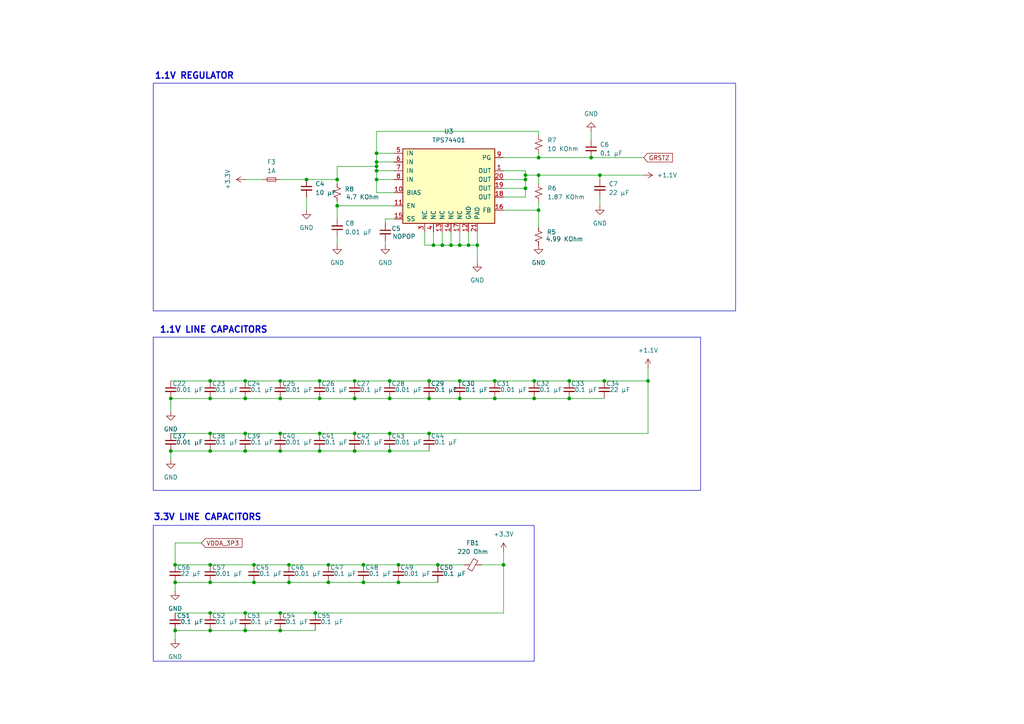
<source format=kicad_sch>
(kicad_sch (version 20250114) (generator "eeschema") (generator_version "9.0")
  (paper "A4")
  (title_block (title "PCI2USB") (date "2025-10-29") (rev "1.0.0") (company "3mdeb Sp. z o.o    Jakub Sobota") (comment 1 "https://www.ti.com/lit/ds/symlink/tps74401.pdf") (comment 2 "https://www.ti.com/lit/ug/sllu146d/sllu146d.pdf") (comment 3 "Based on:") (comment 4 "1.1V Regulator"))
  (lib_symbols
    (symbol "Device:C_Small" (pin_numbers (hide yes)) (pin_names (offset 0.254) (hide yes))
      (property "Reference" "C" (at 0.254 1.778 0))
      (property "Value" "C_Small" (at 0.254 -2.032 0))
      (symbol "C_Small_0_1"
        (polyline (pts (xy -1.524 0.508) (xy 1.524 0.508)) (stroke (width 0.3048)))
        (polyline (pts (xy -1.524 -0.508) (xy 1.524 -0.508)) (stroke (width 0.3302)))
      )
      (symbol "C_Small_1_1"
        (pin passive line (at 0 2.54 270) (length 2.032) (name "~") (number "1"))
        (pin passive line (at 0 -2.54 90) (length 2.032) (name "~") (number "2"))
      )
    )
    (symbol "Device:FerriteBead_Small" (pin_numbers (hide yes)) (pin_names (offset 0))
      (property "Reference" "FB" (at 1.905 1.27 0))
      (property "Value" "FerriteBead_Small" (at 1.905 -1.27 0))
      (symbol "FerriteBead_Small_0_1"
        (polyline (pts (xy -1.8288 0.2794) (xy -1.1176 1.4986) (xy 1.8288 -0.2032) (xy 1.1176 -1.4224) (xy -1.8288 0.2794)))
        (polyline (pts (xy 0 0.889) (xy 0 1.2954)))
        (polyline (pts (xy 0 -1.27) (xy 0 -0.7874)))
      )
      (symbol "FerriteBead_Small_1_1"
        (pin passive line (at 0 2.54 270) (length 1.27) (name "~") (number "1"))
        (pin passive line (at 0 -2.54 90) (length 1.27) (name "~") (number "2"))
      )
    )
    (symbol "Device:Fuse_Small" (pin_numbers (hide yes)) (pin_names (offset 0.254) (hide yes))
      (property "Reference" "F" (at 0 -1.524 0))
      (property "Value" "Fuse_Small" (at 0 1.524 0))
      (symbol "Fuse_Small_0_1"
        (rectangle (start -1.27 0.508) (end 1.27 -0.508))
        (polyline (pts (xy -1.27 0) (xy 1.27 0)))
      )
      (symbol "Fuse_Small_1_1"
        (pin passive line (at -2.54 0 0) (length 1.27) (name "~") (number "1"))
        (pin passive line (at 2.54 0 180) (length 1.27) (name "~") (number "2"))
      )
    )
    (symbol "Device:R_Small_US" (pin_numbers (hide yes)) (pin_names (offset 0.254) (hide yes))
      (property "Reference" "R" (at 0.762 0.508 0))
      (property "Value" "R_Small_US" (at 0.762 -1.016 0))
      (symbol "R_Small_US_1_1"
        (polyline (pts (xy 0 1.524) (xy 1.016 1.143) (xy 0 0.762) (xy -1.016 0.381) (xy 0 0)))
        (polyline (pts (xy 0 0) (xy 1.016 -0.381) (xy 0 -0.762) (xy -1.016 -1.143) (xy 0 -1.524)))
        (pin passive line (at 0 2.54 270) (length 1.016) (name "~") (number "1"))
        (pin passive line (at 0 -2.54 90) (length 1.016) (name "~") (number "2"))
      )
    )
    (symbol "TPS74401:TPS74401RGWRM3" (pin_names (offset 1.016))
      (property "Reference" "U" (at 5.715 16.51 0))
      (property "Value" "TPS74401" (at 5.715 13.97 0))
      (symbol "TPS74401RGWRM3_1_1"
        (rectangle (start -7.62 11.43) (end 19.05 -10.16) (stroke (width 0.254)) (fill (type background)))
        (pin power_in line (at -10.16 10.16 0) (length 2.54) (name "IN") (number "5"))
        (pin power_in line (at -10.16 7.62 0) (length 2.54) (name "IN") (number "6"))
        (pin power_in line (at -10.16 5.08 0) (length 2.54) (name "IN") (number "7"))
        (pin power_in line (at -10.16 2.54 0) (length 2.54) (name "IN") (number "8"))
        (pin input line (at -10.16 -1.27 0) (length 2.54) (name "BIAS") (number "10"))
        (pin input line (at -10.16 -5.08 0) (length 2.54) (name "EN") (number "11"))
        (pin input line (at -10.16 -8.89 0) (length 2.54) (name "SS") (number "15"))
        (pin no_connect line (at -2.54 13.97 270) (length 2.54) (hide yes) (name "NC") (number "2"))
        (pin free line (at -1.27 -12.7 90) (length 2.54) (name "NC") (number "3"))
        (pin free line (at 1.27 -12.7 90) (length 2.54) (name "NC") (number "4"))
        (pin free line (at 3.81 -12.7 90) (length 2.54) (name "NC") (number "13"))
        (pin free line (at 6.35 -12.7 90) (length 2.54) (name "NC") (number "14"))
        (pin free line (at 8.89 -12.7 90) (length 2.54) (name "NC") (number "17"))
        (pin power_in line (at 11.43 -12.7 90) (length 2.54) (name "GND") (number "12"))
        (pin power_in line (at 13.97 -12.7 90) (length 2.54) (name "PAD") (number "21"))
        (pin output line (at 21.59 8.89 180) (length 2.54) (name "PG") (number "9"))
        (pin power_out line (at 21.59 5.08 180) (length 2.54) (name "OUT") (number "1"))
        (pin power_out line (at 21.59 2.54 180) (length 2.54) (name "OUT") (number "20"))
        (pin power_out line (at 21.59 0 180) (length 2.54) (name "OUT") (number "19"))
        (pin power_out line (at 21.59 -2.54 180) (length 2.54) (name "OUT") (number "18"))
        (pin input line (at 21.59 -6.35 180) (length 2.54) (name "FB") (number "16"))
      )
    )
    (symbol "power:+3.3V" (power) (pin_numbers (hide yes)) (pin_names (offset 0) (hide yes))
      (property "Value" "+3.3V" (at 0 3.556 0))
      (symbol "+3.3V_0_1"
        (polyline (pts (xy -0.762 1.27) (xy 0 2.54)))
        (polyline (pts (xy 0 2.54) (xy 0.762 1.27)))
        (polyline (pts (xy 0 0) (xy 0 2.54)))
      )
      (symbol "+3.3V_1_1"
        (pin power_in line (at 0 0 90) (length 0) (name "~") (number "1"))
      )
    )
    (symbol "power:GND" (power) (pin_numbers (hide yes)) (pin_names (offset 0) (hide yes))
      (property "Value" "GND" (at 0 -3.81 0))
      (symbol "GND_0_1"
        (polyline (pts (xy 0 0) (xy 0 -1.27) (xy 1.27 -1.27) (xy 0 -2.54) (xy -1.27 -1.27) (xy 0 -1.27)))
      )
      (symbol "GND_1_1"
        (pin power_in line (at 0 0 270) (length 0) (name "~") (number "1"))
      )
    )
  )
  (rectangle (start 44.45 97.79) (end 203.2 142.24))
  (rectangle (start 44.45 24.13) (end 213.36 90.17))
  (rectangle (start 44.45 152.4) (end 154.94 191.77))
  (text "1.1V LINE CAPACITORS" (at 61.976 95.758 0) (effects (font (size 1.8288 1.8288) (thickness 0.3658) (bold yes))))
  (text "1.1V REGULATOR" (at 56.388 22.098 0) (effects (font (size 1.8288 1.8288) (thickness 0.3658) (bold yes))))
  (text "3.3V LINE CAPACITORS" (at 60.198 150.114 0) (effects (font (size 1.8288 1.8288) (thickness 0.3658) (bold yes))))
  (junction (at 124.46 125.73))
  (junction (at 143.51 110.49))
  (junction (at 60.96 168.91))
  (junction (at 81.28 115.57))
  (junction (at 138.43 71.12))
  (junction (at 71.12 115.57))
  (junction (at 81.28 125.73))
  (junction (at 152.4 54.61))
  (junction (at 156.21 45.72))
  (junction (at 95.25 163.83))
  (junction (at 92.71 130.81))
  (junction (at 187.96 110.49))
  (junction (at 102.87 110.49))
  (junction (at 60.96 163.83))
  (junction (at 152.4 50.8))
  (junction (at 71.12 177.8))
  (junction (at 83.82 163.83))
  (junction (at 109.22 52.07))
  (junction (at 128.27 71.12))
  (junction (at 105.41 168.91))
  (junction (at 109.22 48.26))
  (junction (at 60.96 110.49))
  (junction (at 152.4 52.07))
  (junction (at 92.71 125.73))
  (junction (at 71.12 182.88))
  (junction (at 130.81 71.12))
  (junction (at 102.87 125.73))
  (junction (at 109.22 49.53))
  (junction (at 109.22 46.99))
  (junction (at 60.96 125.73))
  (junction (at 113.03 110.49))
  (junction (at 73.66 163.83))
  (junction (at 165.1 115.57))
  (junction (at 50.8 163.83))
  (junction (at 83.82 168.91))
  (junction (at 135.89 71.12))
  (junction (at 49.53 130.81))
  (junction (at 97.79 59.69))
  (junction (at 92.71 110.49))
  (junction (at 175.26 110.49))
  (junction (at 71.12 125.73))
  (junction (at 173.99 50.8))
  (junction (at 81.28 130.81))
  (junction (at 133.35 110.49))
  (junction (at 154.94 110.49))
  (junction (at 60.96 130.81))
  (junction (at 81.28 110.49))
  (junction (at 81.28 182.88))
  (junction (at 49.53 115.57))
  (junction (at 124.46 115.57))
  (junction (at 60.96 115.57))
  (junction (at 124.46 110.49))
  (junction (at 146.05 163.83))
  (junction (at 88.9 52.07))
  (junction (at 125.73 71.12))
  (junction (at 143.51 115.57))
  (junction (at 115.57 168.91))
  (junction (at 105.41 163.83))
  (junction (at 71.12 110.49))
  (junction (at 97.79 52.07))
  (junction (at 60.96 182.88))
  (junction (at 115.57 163.83))
  (junction (at 165.1 110.49))
  (junction (at 127 163.83))
  (junction (at 113.03 130.81))
  (junction (at 71.12 130.81))
  (junction (at 113.03 125.73))
  (junction (at 73.66 168.91))
  (junction (at 133.35 71.12))
  (junction (at 109.22 44.45))
  (junction (at 156.21 50.8))
  (junction (at 50.8 168.91))
  (junction (at 50.8 182.88))
  (junction (at 102.87 115.57))
  (junction (at 92.71 115.57))
  (junction (at 154.94 115.57))
  (junction (at 91.44 177.8))
  (junction (at 133.35 115.57))
  (junction (at 95.25 168.91))
  (junction (at 171.45 45.72))
  (junction (at 156.21 60.96))
  (junction (at 60.96 177.8))
  (junction (at 113.03 115.57))
  (junction (at 81.28 177.8))
  (junction (at 102.87 130.81))
  (wire (pts (xy 133.35 71.12) (xy 135.89 71.12)))
  (wire (pts (xy 97.79 52.07) (xy 97.79 48.26)))
  (wire (pts (xy 115.57 163.83) (xy 127 163.83)))
  (wire (pts (xy 187.96 110.49) (xy 187.96 125.73)))
  (wire (pts (xy 92.71 115.57) (xy 102.87 115.57)))
  (wire (pts (xy 130.81 67.31) (xy 130.81 71.12)))
  (wire (pts (xy 91.44 177.8) (xy 146.05 177.8)))
  (wire (pts (xy 92.71 125.73) (xy 102.87 125.73)))
  (wire (pts (xy 97.79 71.12) (xy 97.79 68.58)))
  (wire (pts (xy 128.27 67.31) (xy 128.27 71.12)))
  (wire (pts (xy 92.71 110.49) (xy 102.87 110.49)))
  (wire (pts (xy 124.46 115.57) (xy 133.35 115.57)))
  (wire (pts (xy 81.28 130.81) (xy 92.71 130.81)))
  (wire (pts (xy 156.21 50.8) (xy 173.99 50.8)))
  (wire (pts (xy 71.12 110.49) (xy 81.28 110.49)))
  (wire (pts (xy 50.8 168.91) (xy 60.96 168.91)))
  (wire (pts (xy 105.41 168.91) (xy 115.57 168.91)))
  (wire (pts (xy 109.22 48.26) (xy 109.22 49.53)))
  (wire (pts (xy 114.3 63.5) (xy 111.76 63.5)))
  (wire (pts (xy 165.1 115.57) (xy 175.26 115.57)))
  (wire (pts (xy 146.05 45.72) (xy 156.21 45.72)))
  (wire (pts (xy 49.53 115.57) (xy 60.96 115.57)))
  (wire (pts (xy 113.03 115.57) (xy 124.46 115.57)))
  (wire (pts (xy 146.05 160.02) (xy 146.05 163.83)))
  (wire (pts (xy 50.8 182.88) (xy 60.96 182.88)))
  (wire (pts (xy 146.05 54.61) (xy 152.4 54.61)))
  (wire (pts (xy 156.21 38.1) (xy 109.22 38.1)))
  (wire (pts (xy 109.22 44.45) (xy 114.3 44.45)))
  (wire (pts (xy 88.9 60.96) (xy 88.9 57.15)))
  (wire (pts (xy 152.4 52.07) (xy 152.4 54.61)))
  (wire (pts (xy 95.25 163.83) (xy 105.41 163.83)))
  (wire (pts (xy 102.87 125.73) (xy 113.03 125.73)))
  (wire (pts (xy 60.96 177.8) (xy 71.12 177.8)))
  (wire (pts (xy 152.4 52.07) (xy 152.4 50.8)))
  (wire (pts (xy 71.12 125.73) (xy 81.28 125.73)))
  (wire (pts (xy 49.53 130.81) (xy 49.53 133.35)))
  (wire (pts (xy 127 163.83) (xy 134.62 163.83)))
  (wire (pts (xy 123.19 71.12) (xy 125.73 71.12)))
  (wire (pts (xy 97.79 48.26) (xy 109.22 48.26)))
  (wire (pts (xy 92.71 130.81) (xy 102.87 130.81)))
  (wire (pts (xy 50.8 177.8) (xy 60.96 177.8)))
  (wire (pts (xy 115.57 168.91) (xy 127 168.91)))
  (wire (pts (xy 50.8 182.88) (xy 50.8 185.42)))
  (wire (pts (xy 152.4 49.53) (xy 152.4 50.8)))
  (wire (pts (xy 58.42 157.48) (xy 50.8 157.48)))
  (wire (pts (xy 128.27 71.12) (xy 130.81 71.12)))
  (wire (pts (xy 50.8 168.91) (xy 50.8 171.45)))
  (wire (pts (xy 71.12 182.88) (xy 81.28 182.88)))
  (wire (pts (xy 109.22 49.53) (xy 114.3 49.53)))
  (wire (pts (xy 173.99 57.15) (xy 173.99 59.69)))
  (wire (pts (xy 113.03 130.81) (xy 124.46 130.81)))
  (wire (pts (xy 49.53 130.81) (xy 60.96 130.81)))
  (wire (pts (xy 187.96 106.68) (xy 187.96 110.49)))
  (wire (pts (xy 138.43 71.12) (xy 138.43 76.2)))
  (wire (pts (xy 135.89 71.12) (xy 138.43 71.12)))
  (wire (pts (xy 83.82 163.83) (xy 95.25 163.83)))
  (wire (pts (xy 109.22 38.1) (xy 109.22 44.45)))
  (wire (pts (xy 165.1 110.49) (xy 175.26 110.49)))
  (wire (pts (xy 111.76 63.5) (xy 111.76 64.77)))
  (wire (pts (xy 109.22 46.99) (xy 109.22 48.26)))
  (wire (pts (xy 81.28 177.8) (xy 91.44 177.8)))
  (wire (pts (xy 95.25 168.91) (xy 105.41 168.91)))
  (wire (pts (xy 105.41 163.83) (xy 115.57 163.83)))
  (wire (pts (xy 50.8 157.48) (xy 50.8 163.83)))
  (wire (pts (xy 171.45 45.72) (xy 186.69 45.72)))
  (wire (pts (xy 71.12 130.81) (xy 81.28 130.81)))
  (wire (pts (xy 81.28 110.49) (xy 92.71 110.49)))
  (wire (pts (xy 73.66 163.83) (xy 83.82 163.83)))
  (wire (pts (xy 146.05 60.96) (xy 156.21 60.96)))
  (wire (pts (xy 156.21 60.96) (xy 156.21 66.04)))
  (wire (pts (xy 81.28 52.07) (xy 88.9 52.07)))
  (wire (pts (xy 102.87 115.57) (xy 113.03 115.57)))
  (wire (pts (xy 113.03 110.49) (xy 124.46 110.49)))
  (wire (pts (xy 81.28 125.73) (xy 92.71 125.73)))
  (wire (pts (xy 143.51 115.57) (xy 154.94 115.57)))
  (wire (pts (xy 175.26 110.49) (xy 187.96 110.49)))
  (wire (pts (xy 154.94 115.57) (xy 165.1 115.57)))
  (wire (pts (xy 156.21 38.1) (xy 156.21 39.37)))
  (wire (pts (xy 60.96 125.73) (xy 71.12 125.73)))
  (wire (pts (xy 114.3 55.88) (xy 109.22 55.88)))
  (wire (pts (xy 81.28 115.57) (xy 92.71 115.57)))
  (wire (pts (xy 123.19 67.31) (xy 123.19 71.12)))
  (wire (pts (xy 71.12 52.07) (xy 76.2 52.07)))
  (wire (pts (xy 49.53 125.73) (xy 60.96 125.73)))
  (wire (pts (xy 71.12 177.8) (xy 81.28 177.8)))
  (wire (pts (xy 173.99 52.07) (xy 173.99 50.8)))
  (wire (pts (xy 60.96 163.83) (xy 73.66 163.83)))
  (wire (pts (xy 60.96 110.49) (xy 71.12 110.49)))
  (wire (pts (xy 156.21 60.96) (xy 156.21 58.42)))
  (wire (pts (xy 146.05 57.15) (xy 152.4 57.15)))
  (wire (pts (xy 102.87 130.81) (xy 113.03 130.81)))
  (wire (pts (xy 109.22 52.07) (xy 114.3 52.07)))
  (wire (pts (xy 97.79 52.07) (xy 97.79 53.34)))
  (wire (pts (xy 133.35 67.31) (xy 133.35 71.12)))
  (wire (pts (xy 135.89 67.31) (xy 135.89 71.12)))
  (wire (pts (xy 146.05 49.53) (xy 152.4 49.53)))
  (wire (pts (xy 125.73 67.31) (xy 125.73 71.12)))
  (wire (pts (xy 133.35 110.49) (xy 143.51 110.49)))
  (wire (pts (xy 60.96 115.57) (xy 71.12 115.57)))
  (wire (pts (xy 138.43 67.31) (xy 138.43 71.12)))
  (wire (pts (xy 171.45 38.1) (xy 171.45 40.64)))
  (wire (pts (xy 154.94 110.49) (xy 165.1 110.49)))
  (wire (pts (xy 156.21 53.34) (xy 156.21 50.8)))
  (wire (pts (xy 71.12 115.57) (xy 81.28 115.57)))
  (wire (pts (xy 156.21 45.72) (xy 171.45 45.72)))
  (wire (pts (xy 81.28 182.88) (xy 91.44 182.88)))
  (wire (pts (xy 109.22 44.45) (xy 109.22 46.99)))
  (wire (pts (xy 73.66 168.91) (xy 83.82 168.91)))
  (wire (pts (xy 156.21 44.45) (xy 156.21 45.72)))
  (wire (pts (xy 124.46 110.49) (xy 133.35 110.49)))
  (wire (pts (xy 60.96 182.88) (xy 71.12 182.88)))
  (wire (pts (xy 97.79 59.69) (xy 97.79 58.42)))
  (wire (pts (xy 152.4 54.61) (xy 152.4 57.15)))
  (wire (pts (xy 125.73 71.12) (xy 128.27 71.12)))
  (wire (pts (xy 146.05 163.83) (xy 146.05 177.8)))
  (wire (pts (xy 49.53 115.57) (xy 49.53 119.38)))
  (wire (pts (xy 113.03 125.73) (xy 124.46 125.73)))
  (wire (pts (xy 130.81 71.12) (xy 133.35 71.12)))
  (wire (pts (xy 49.53 110.49) (xy 60.96 110.49)))
  (wire (pts (xy 88.9 52.07) (xy 97.79 52.07)))
  (wire (pts (xy 173.99 50.8) (xy 186.69 50.8)))
  (wire (pts (xy 60.96 130.81) (xy 71.12 130.81)))
  (wire (pts (xy 83.82 168.91) (xy 95.25 168.91)))
  (wire (pts (xy 109.22 49.53) (xy 109.22 52.07)))
  (wire (pts (xy 152.4 50.8) (xy 156.21 50.8)))
  (wire (pts (xy 133.35 115.57) (xy 143.51 115.57)))
  (wire (pts (xy 60.96 168.91) (xy 73.66 168.91)))
  (wire (pts (xy 111.76 69.85) (xy 111.76 71.12)))
  (wire (pts (xy 102.87 110.49) (xy 113.03 110.49)))
  (wire (pts (xy 109.22 55.88) (xy 109.22 52.07)))
  (wire (pts (xy 109.22 46.99) (xy 114.3 46.99)))
  (wire (pts (xy 97.79 63.5) (xy 97.79 59.69)))
  (wire (pts (xy 114.3 59.69) (xy 97.79 59.69)))
  (wire (pts (xy 50.8 163.83) (xy 60.96 163.83)))
  (wire (pts (xy 146.05 52.07) (xy 152.4 52.07)))
  (wire (pts (xy 139.7 163.83) (xy 146.05 163.83)))
  (wire (pts (xy 143.51 110.49) (xy 154.94 110.49)))
  (wire (pts (xy 124.46 125.73) (xy 187.96 125.73)))
  (global_label "GRSTZ" (shape input) (at 186.69 45.72 0) (property "Intersheetrefs" "${INTERSHEET_REFS}" (at 195.6018 45.72 0) (effects (justify left))))
  (global_label "VDDA_3P3" (shape input) (at 58.42 157.48 0) (property "Intersheetrefs" "${INTERSHEET_REFS}" (at 70.779 157.48 0) (effects (justify left))))
  (symbol (lib_id "Device:C_Small") (at 124.46 128.27 0) (unit 1)
    (property "Reference" "C44" (at 124.968 126.492 0) (effects (justify left)))
    (property "Value" "0.1 μF" (at 125.984 128.27 0) (effects (justify left)))
    (property "Footprint" "Capacitor_SMD:C_0402_1005Metric_Pad0.74x0.62mm_HandSolder" (effects (hide yes)))
    (property "Datasheet" "https://www.mouser.pl/datasheet/3/76/1/GRM155R70J104KA01-01A.pdf" (effects (hide yes)))
    (property "Description" "X7R, 10%, 6.3V" (effects (hide yes)))
  )
  (symbol (lib_id "Device:C_Small") (at 50.8 166.37 0) (unit 1)
    (property "Reference" "C56" (at 51.308 164.592 0) (effects (justify left)))
    (property "Value" "22 μF" (at 52.324 166.37 0) (effects (justify left)))
    (property "Footprint" "Capacitor_SMD:C_0805_2012Metric_Pad1.18x1.45mm_HandSolder" (effects (hide yes)))
    (property "Datasheet" "https://www.samsungsem.com/resources/file/global/support/product_catalog/MLCC.pdf" (effects (hide yes)))
    (property "Description" "X5R, 10%, 6.3V" (effects (hide yes)))
  )
  (symbol (lib_id "Device:C_Small") (at 81.28 113.03 0) (unit 1)
    (property "Reference" "C25" (at 81.788 111.252 0) (effects (justify left)))
    (property "Value" "0.01 μF" (at 82.804 113.03 0) (effects (justify left)))
    (property "Footprint" "Capacitor_SMD:C_0402_1005Metric_Pad0.74x0.62mm_HandSolder" (effects (hide yes)))
    (property "Datasheet" "https://search.murata.co.jp/Ceramy/image/img/A01X/G101/ENG/GRM155R70J103KA01-01A.pdf" (effects (hide yes)))
    (property "Description" "X7R, 10%, 6.3V" (effects (hide yes)))
  )
  (symbol (lib_id "Device:C_Small") (at 173.99 54.61 0) (unit 1)
    (property "Reference" "C7" (at 176.53 53.3462 0) (effects (justify left)))
    (property "Value" "22 μF" (at 176.53 55.8862 0) (effects (justify left)))
    (property "Footprint" "Capacitor_SMD:C_0805_2012Metric_Pad1.18x1.45mm_HandSolder" (effects (hide yes)))
    (property "Datasheet" "https://www.samsungsem.com/resources/file/global/support/product_catalog/MLCC.pdf" (effects (hide yes)))
    (property "Description" "X5R, 10%, 6.3V" (effects (hide yes)))
  )
  (symbol (lib_id "Device:C_Small") (at 71.12 128.27 0) (unit 1)
    (property "Reference" "C39" (at 71.628 126.492 0) (effects (justify left)))
    (property "Value" "0.1 μF" (at 72.644 128.27 0) (effects (justify left)))
    (property "Footprint" "Capacitor_SMD:C_0402_1005Metric_Pad0.74x0.62mm_HandSolder" (effects (hide yes)))
    (property "Datasheet" "https://www.mouser.pl/datasheet/3/76/1/GRM155R70J104KA01-01A.pdf" (effects (hide yes)))
    (property "Description" "X7R, 10%, 6.3V" (effects (hide yes)))
  )
  (symbol (lib_id "Device:C_Small") (at 92.71 128.27 0) (unit 1)
    (property "Reference" "C41" (at 93.218 126.492 0) (effects (justify left)))
    (property "Value" "0.1 μF" (at 94.234 128.27 0) (effects (justify left)))
    (property "Footprint" "Capacitor_SMD:C_0402_1005Metric_Pad0.74x0.62mm_HandSolder" (effects (hide yes)))
    (property "Datasheet" "https://www.mouser.pl/datasheet/3/76/1/GRM155R70J104KA01-01A.pdf" (effects (hide yes)))
    (property "Description" "X7R, 10%, 6.3V" (effects (hide yes)))
  )
  (symbol (lib_id "Device:C_Small") (at 50.8 180.34 0) (unit 1)
    (property "Reference" "C51" (at 51.308 178.562 0) (effects (justify left)))
    (property "Value" "0.1 μF" (at 52.324 180.34 0) (effects (justify left)))
    (property "Footprint" "Capacitor_SMD:C_0402_1005Metric_Pad0.74x0.62mm_HandSolder" (effects (hide yes)))
    (property "Datasheet" "https://www.mouser.pl/datasheet/3/76/1/GRM155R70J104KA01-01A.pdf" (effects (hide yes)))
    (property "Description" "X7R, 10%, 6.3V" (effects (hide yes)))
  )
  (symbol (lib_id "power:GND") (at 50.8 171.45 0) (unit 1)
    (property "Reference" "#PWR046" (effects (hide yes)))
    (property "Value" "GND" (at 50.8 176.53 0))
    (property "Description" "Power symbol creates a global label with name \"GND\" , ground" (effects (hide yes)))
  )
  (symbol (lib_id "Device:C_Small") (at 165.1 113.03 0) (unit 1)
    (property "Reference" "C33" (at 165.608 111.252 0) (effects (justify left)))
    (property "Value" "0.1 μF" (at 166.624 113.03 0) (effects (justify left)))
    (property "Footprint" "Capacitor_SMD:C_0402_1005Metric_Pad0.74x0.62mm_HandSolder" (effects (hide yes)))
    (property "Datasheet" "https://www.mouser.pl/datasheet/3/76/1/GRM155R70J104KA01-01A.pdf" (effects (hide yes)))
    (property "Description" "X7R, 10%, 6.3V" (effects (hide yes)))
  )
  (symbol (lib_id "Device:R_Small_US") (at 156.21 41.91 0) (unit 1)
    (property "Reference" "R7" (at 158.75 40.6399 0) (effects (justify left)))
    (property "Value" "10 KOhm" (at 158.75 43.1799 0) (effects (justify left)))
    (property "Footprint" "Resistor_SMD:R_0402_1005Metric_Pad0.72x0.64mm_HandSolder" (effects (hide yes)))
    (property "Datasheet" "https://industrial.panasonic.com/cdbs/www-data/pdf/RDA0000/AOA0000C304.pdf" (effects (hide yes)))
    (property "Description" "1%, 100mW" (effects (hide yes)))
  )
  (symbol (lib_id "Device:C_Small") (at 60.96 128.27 0) (unit 1)
    (property "Reference" "C38" (at 61.468 126.492 0) (effects (justify left)))
    (property "Value" "0.1 μF" (at 62.484 128.27 0) (effects (justify left)))
    (property "Footprint" "Capacitor_SMD:C_0402_1005Metric_Pad0.74x0.62mm_HandSolder" (effects (hide yes)))
    (property "Datasheet" "https://www.mouser.pl/datasheet/3/76/1/GRM155R70J104KA01-01A.pdf" (effects (hide yes)))
    (property "Description" "X7R, 10%, 6.3V" (effects (hide yes)))
  )
  (symbol (lib_id "Device:C_Small") (at 105.41 166.37 0) (unit 1)
    (property "Reference" "C48" (at 105.918 164.592 0) (effects (justify left)))
    (property "Value" "0.1 μF" (at 106.934 166.37 0) (effects (justify left)))
    (property "Footprint" "Capacitor_SMD:C_0402_1005Metric_Pad0.74x0.62mm_HandSolder" (effects (hide yes)))
    (property "Datasheet" "https://www.mouser.pl/datasheet/3/76/1/GRM155R70J104KA01-01A.pdf" (effects (hide yes)))
    (property "Description" "X7R, 10%, 6.3V" (effects (hide yes)))
  )
  (symbol (lib_id "power:GND") (at 97.79 71.12 0) (mirror y) (unit 1)
    (property "Reference" "#PWR020" (effects (hide yes)))
    (property "Value" "GND" (at 97.79 76.2 0))
    (property "Description" "Power symbol creates a global label with name \"GND\" , ground" (effects (hide yes)))
  )
  (symbol (lib_id "power:GND") (at 49.53 133.35 0) (unit 1)
    (property "Reference" "#PWR042" (effects (hide yes)))
    (property "Value" "GND" (at 49.53 138.43 0))
    (property "Description" "Power symbol creates a global label with name \"GND\" , ground" (effects (hide yes)))
  )
  (symbol (lib_id "Device:R_Small_US") (at 156.21 68.58 180) (unit 1)
    (property "Reference" "R5" (at 161.29 67.31 0) (effects (justify left)))
    (property "Value" "4.99 KOhm" (at 169.164 69.342 0) (effects (justify left)))
    (property "Footprint" "Resistor_SMD:R_0402_1005Metric_Pad0.72x0.64mm_HandSolder" (effects (hide yes)))
    (property "Datasheet" "https://industrial.panasonic.com/cdbs/www-data/pdf/RDA0000/AOA0000C304.pdf" (effects (hide yes)))
    (property "Description" "0.05%, 62.5mW" (effects (hide yes)))
  )
  (symbol (lib_id "Device:C_Small") (at 73.66 166.37 0) (unit 1)
    (property "Reference" "C45" (at 74.168 164.592 0) (effects (justify left)))
    (property "Value" "0.1 μF" (at 75.184 166.37 0) (effects (justify left)))
    (property "Footprint" "Capacitor_SMD:C_0402_1005Metric_Pad0.74x0.62mm_HandSolder" (effects (hide yes)))
    (property "Datasheet" "https://www.mouser.pl/datasheet/3/76/1/GRM155R70J104KA01-01A.pdf" (effects (hide yes)))
    (property "Description" "X7R, 10%, 6.3V" (effects (hide yes)))
  )
  (symbol (lib_id "Device:C_Small") (at 133.35 113.03 0) (unit 1)
    (property "Reference" "C30" (at 133.858 111.252 0) (effects (justify left)))
    (property "Value" "0.1 μF" (at 134.874 113.03 0) (effects (justify left)))
    (property "Footprint" "Capacitor_SMD:C_0402_1005Metric_Pad0.74x0.62mm_HandSolder" (effects (hide yes)))
    (property "Datasheet" "https://www.mouser.pl/datasheet/3/76/1/GRM155R70J104KA01-01A.pdf" (effects (hide yes)))
    (property "Description" "X7R, 10%, 6.3V" (effects (hide yes)))
  )
  (symbol (lib_id "Device:C_Small") (at 81.28 180.34 0) (unit 1)
    (property "Reference" "C54" (at 81.788 178.562 0) (effects (justify left)))
    (property "Value" "0.1 μF" (at 82.804 180.34 0) (effects (justify left)))
    (property "Footprint" "Capacitor_SMD:C_0402_1005Metric_Pad0.74x0.62mm_HandSolder" (effects (hide yes)))
    (property "Datasheet" "https://www.mouser.pl/datasheet/3/76/1/GRM155R70J104KA01-01A.pdf" (effects (hide yes)))
    (property "Description" "X7R, 10%, 6.3V" (effects (hide yes)))
  )
  (symbol (lib_id "power:+3.3V") (at 187.96 106.68 0) (unit 1)
    (property "Reference" "#PWR027" (effects (hide yes)))
    (property "Value" "+1.1V" (at 187.96 101.6 0))
    (property "Description" "Power symbol creates a global label with name \"+3.3V\"" (effects (hide yes)))
  )
  (symbol (lib_id "Device:C_Small") (at 102.87 128.27 0) (unit 1)
    (property "Reference" "C42" (at 103.378 126.492 0) (effects (justify left)))
    (property "Value" "0.1 μF" (at 104.394 128.27 0) (effects (justify left)))
    (property "Footprint" "Capacitor_SMD:C_0402_1005Metric_Pad0.74x0.62mm_HandSolder" (effects (hide yes)))
    (property "Datasheet" "https://www.mouser.pl/datasheet/3/76/1/GRM155R70J104KA01-01A.pdf" (effects (hide yes)))
    (property "Description" "X7R, 10%, 6.3V" (effects (hide yes)))
  )
  (symbol (lib_id "Device:FerriteBead_Small") (at 137.16 163.83 90) (unit 1)
    (property "Reference" "FB1" (at 137.1219 157.48 90))
    (property "Value" "220 Ohm" (at 137.1219 160.02 90))
    (property "Footprint" "Inductor_SMD:L_0603_1608Metric_Pad1.05x0.95mm_HandSolder" (effects (hide yes)))
    (property "Datasheet" "https://www.mouser.pl/datasheet/3/76/1/ENFA0021.pdf" (effects (hide yes)))
    (property "Description" "220 Ohm, 2A" (effects (hide yes)))
  )
  (symbol (lib_id "Device:C_Small") (at 81.28 128.27 0) (unit 1)
    (property "Reference" "C40" (at 81.788 126.492 0) (effects (justify left)))
    (property "Value" "0.01 μF" (at 82.804 128.27 0) (effects (justify left)))
    (property "Footprint" "Capacitor_SMD:C_0402_1005Metric_Pad0.74x0.62mm_HandSolder" (effects (hide yes)))
    (property "Datasheet" "https://search.murata.co.jp/Ceramy/image/img/A01X/G101/ENG/GRM155R70J103KA01-01A.pdf" (effects (hide yes)))
    (property "Description" "X7R, 10%, 6.3V" (effects (hide yes)))
  )
  (symbol (lib_id "Device:C_Small") (at 97.79 66.04 180) (unit 1)
    (property "Reference" "C8" (at 100.076 64.77 0) (effects (justify right)))
    (property "Value" "0.01 μF" (at 100.076 67.31 0) (effects (justify right)))
    (property "Footprint" "Capacitor_SMD:C_0402_1005Metric_Pad0.74x0.62mm_HandSolder" (effects (hide yes)))
    (property "Datasheet" "https://www.mouser.pl/datasheet/3/76/1/GRM155R70J104KA01-01A.pdf" (effects (hide yes)))
    (property "Description" "X7R, 10%, 6.3V" (effects (hide yes)))
  )
  (symbol (lib_id "Device:C_Small") (at 115.57 166.37 0) (unit 1)
    (property "Reference" "C49" (at 116.078 164.592 0) (effects (justify left)))
    (property "Value" "0.01 μF" (at 117.094 166.37 0) (effects (justify left)))
    (property "Footprint" "Capacitor_SMD:C_0402_1005Metric_Pad0.74x0.62mm_HandSolder" (effects (hide yes)))
    (property "Datasheet" "https://search.murata.co.jp/Ceramy/image/img/A01X/G101/ENG/GRM155R70J103KA01-01A.pdf" (effects (hide yes)))
    (property "Description" "X7R, 10%, 6.3V" (effects (hide yes)))
  )
  (symbol (lib_id "Device:C_Small") (at 154.94 113.03 0) (unit 1)
    (property "Reference" "C32" (at 155.448 111.252 0) (effects (justify left)))
    (property "Value" "0.1 μF" (at 156.464 113.03 0) (effects (justify left)))
    (property "Footprint" "Capacitor_SMD:C_0402_1005Metric_Pad0.74x0.62mm_HandSolder" (effects (hide yes)))
    (property "Datasheet" "https://www.mouser.pl/datasheet/3/76/1/GRM155R70J104KA01-01A.pdf" (effects (hide yes)))
    (property "Description" "X7R, 10%, 6.3V" (effects (hide yes)))
  )
  (symbol (lib_id "power:GND") (at 156.21 71.12 0) (mirror y) (unit 1)
    (property "Reference" "#PWR015" (effects (hide yes)))
    (property "Value" "GND" (at 156.21 76.2 0))
    (property "Description" "Power symbol creates a global label with name \"GND\" , ground" (effects (hide yes)))
  )
  (symbol (lib_id "power:+3.3V") (at 146.05 160.02 0) (unit 1)
    (property "Reference" "#PWR047" (effects (hide yes)))
    (property "Value" "+3.3V" (at 146.05 154.94 0))
    (property "Description" "Power symbol creates a global label with name \"+3.3V\"" (effects (hide yes)))
  )
  (symbol (lib_id "Device:C_Small") (at 71.12 113.03 0) (unit 1)
    (property "Reference" "C24" (at 71.628 111.252 0) (effects (justify left)))
    (property "Value" "0.1 μF" (at 72.644 113.03 0) (effects (justify left)))
    (property "Footprint" "Capacitor_SMD:C_0402_1005Metric_Pad0.74x0.62mm_HandSolder" (effects (hide yes)))
    (property "Datasheet" "https://www.mouser.pl/datasheet/3/76/1/GRM155R70J104KA01-01A.pdf" (effects (hide yes)))
    (property "Description" "X7R, 10%, 6.3V" (effects (hide yes)))
  )
  (symbol (lib_id "Device:R_Small_US") (at 156.21 55.88 0) (unit 1)
    (property "Reference" "R6" (at 158.75 54.6099 0) (effects (justify left)))
    (property "Value" "1.87 KOhm" (at 158.75 57.1499 0) (effects (justify left)))
    (property "Footprint" "Resistor_SMD:R_0402_1005Metric_Pad0.72x0.64mm_HandSolder" (effects (hide yes)))
    (property "Datasheet" "https://industrial.panasonic.com/cdbs/www-data/pdf/RDA0000/AOA0000C304.pdf" (effects (hide yes)))
    (property "Description" "1%, 100mW" (effects (hide yes)))
  )
  (symbol (lib_id "Device:C_Small") (at 111.76 67.31 0) (unit 1)
    (property "Reference" "C5" (at 113.538 66.294 0) (effects (justify left)))
    (property "Value" "NOPOP" (at 113.792 68.58 0) (effects (justify left)))
    (property "Footprint" "Capacitor_SMD:C_0402_1005Metric_Pad0.74x0.62mm_HandSolder" (effects (hide yes)))
    (property "Description" "NOPOP" (effects (hide yes)))
  )
  (symbol (lib_id "power:GND") (at 173.99 59.69 0) (mirror y) (unit 1)
    (property "Reference" "#PWR016" (effects (hide yes)))
    (property "Value" "GND" (at 173.99 64.77 0))
    (property "Description" "Power symbol creates a global label with name \"GND\" , ground" (effects (hide yes)))
  )
  (symbol (lib_id "Device:C_Small") (at 49.53 128.27 0) (unit 1)
    (property "Reference" "C37" (at 50.038 126.492 0) (effects (justify left)))
    (property "Value" "0.01 μF" (at 51.054 128.27 0) (effects (justify left)))
    (property "Footprint" "Capacitor_SMD:C_0402_1005Metric_Pad0.74x0.62mm_HandSolder" (effects (hide yes)))
    (property "Datasheet" "https://search.murata.co.jp/Ceramy/image/img/A01X/G101/ENG/GRM155R70J103KA01-01A.pdf" (effects (hide yes)))
    (property "Description" "X7R, 10%, 6.3V" (effects (hide yes)))
  )
  (symbol (lib_id "Device:R_Small_US") (at 97.79 55.88 0) (unit 1)
    (property "Reference" "R8" (at 101.346 54.864 0))
    (property "Value" "4.7 KOhm" (at 100.33 57.1499 0) (effects (justify left)))
    (property "Footprint" "Resistor_SMD:R_0402_1005Metric_Pad0.72x0.64mm_HandSolder" (effects (hide yes)))
    (property "Datasheet" "https://industrial.panasonic.com/cdbs/www-data/pdf/RDA0000/AOA0000C304.pdf" (effects (hide yes)))
    (property "Description" "1%, 100mW" (effects (hide yes)))
  )
  (symbol (lib_id "TPS74401:TPS74401RGWRM3") (at 124.46 54.61 0) (unit 1)
    (property "Reference" "U3" (at 130.175 38.1 0))
    (property "Value" "TPS74401" (at 130.175 40.64 0))
    (property "Footprint" "TPS74401:TPS74401RGWRM3" (effects (hide yes)))
    (property "Datasheet" "https://www.ti.com/lit/gpn/tps74401" (effects (hide yes)))
    (property "Description" "0.8 to 3.6V adjustable, 3.0-A, Ultra-LDO with Programmable Soft-Start" (effects (hide yes)))
  )
  (symbol (lib_id "power:GND") (at 171.45 38.1 0) (mirror x) (unit 1)
    (property "Reference" "#PWR025" (effects (hide yes)))
    (property "Value" "GND" (at 171.45 33.02 0))
    (property "Description" "Power symbol creates a global label with name \"GND\" , ground" (effects (hide yes)))
  )
  (symbol (lib_id "Device:C_Small") (at 71.12 180.34 0) (unit 1)
    (property "Reference" "C53" (at 71.628 178.562 0) (effects (justify left)))
    (property "Value" "0.1 μF" (at 72.644 180.34 0) (effects (justify left)))
    (property "Footprint" "Capacitor_SMD:C_0402_1005Metric_Pad0.74x0.62mm_HandSolder" (effects (hide yes)))
    (property "Datasheet" "https://www.mouser.pl/datasheet/3/76/1/GRM155R70J104KA01-01A.pdf" (effects (hide yes)))
    (property "Description" "X7R, 10%, 6.3V" (effects (hide yes)))
  )
  (symbol (lib_id "Device:C_Small") (at 175.26 113.03 0) (unit 1)
    (property "Reference" "C34" (at 175.768 111.252 0) (effects (justify left)))
    (property "Value" "22 μF" (at 176.784 113.03 0) (effects (justify left)))
    (property "Footprint" "Capacitor_SMD:C_0805_2012Metric_Pad1.18x1.45mm_HandSolder" (effects (hide yes)))
    (property "Datasheet" "https://www.samsungsem.com/resources/file/global/support/product_catalog/MLCC.pdf" (effects (hide yes)))
    (property "Description" "X5R, 10%, 6.3V" (effects (hide yes)))
  )
  (symbol (lib_id "Device:C_Small") (at 60.96 113.03 0) (unit 1)
    (property "Reference" "C23" (at 61.468 111.252 0) (effects (justify left)))
    (property "Value" "0.1 μF" (at 62.484 113.03 0) (effects (justify left)))
    (property "Footprint" "Capacitor_SMD:C_0402_1005Metric_Pad0.74x0.62mm_HandSolder" (effects (hide yes)))
    (property "Datasheet" "https://www.mouser.pl/datasheet/3/76/1/GRM155R70J104KA01-01A.pdf" (effects (hide yes)))
    (property "Description" "X7R, 10%, 6.3V" (effects (hide yes)))
  )
  (symbol (lib_id "power:GND") (at 111.76 71.12 0) (mirror y) (unit 1)
    (property "Reference" "#PWR017" (effects (hide yes)))
    (property "Value" "GND" (at 111.76 76.2 0))
    (property "Description" "Power symbol creates a global label with name \"GND\" , ground" (effects (hide yes)))
  )
  (symbol (lib_id "power:+3.3V") (at 186.69 50.8 270) (unit 1)
    (property "Reference" "#PWR012" (effects (hide yes)))
    (property "Value" "+1.1V" (at 190.5 50.7999 90) (effects (justify left)))
    (property "Description" "Power symbol creates a global label with name \"+3.3V\"" (effects (hide yes)))
  )
  (symbol (lib_id "power:GND") (at 49.53 119.38 0) (unit 1)
    (property "Reference" "#PWR043" (effects (hide yes)))
    (property "Value" "GND" (at 49.53 124.46 0))
    (property "Description" "Power symbol creates a global label with name \"GND\" , ground" (effects (hide yes)))
  )
  (symbol (lib_id "Device:C_Small") (at 92.71 113.03 0) (unit 1)
    (property "Reference" "C26" (at 93.218 111.252 0) (effects (justify left)))
    (property "Value" "0.1 μF" (at 94.234 113.03 0) (effects (justify left)))
    (property "Footprint" "Capacitor_SMD:C_0402_1005Metric_Pad0.74x0.62mm_HandSolder" (effects (hide yes)))
    (property "Datasheet" "https://www.mouser.pl/datasheet/3/76/1/GRM155R70J104KA01-01A.pdf" (effects (hide yes)))
    (property "Description" "X7R, 10%, 6.3V" (effects (hide yes)))
  )
  (symbol (lib_id "Device:Fuse_Small") (at 78.74 52.07 0) (unit 1)
    (property "Reference" "F3" (at 78.74 46.99 0))
    (property "Value" "1A" (at 78.74 49.53 0))
    (property "Footprint" "Fuse:Fuse_0603_1608Metric_Pad1.05x0.95mm_HandSolder" (effects (hide yes)))
    (property "Datasheet" "https://www.vishay.com/doc?28747" (effects (hide yes)))
    (property "Description" "Fast Act Fuse" (effects (hide yes)))
  )
  (symbol (lib_id "Device:C_Small") (at 83.82 166.37 0) (unit 1)
    (property "Reference" "C46" (at 84.328 164.592 0) (effects (justify left)))
    (property "Value" "0.01 μF" (at 85.344 166.37 0) (effects (justify left)))
    (property "Footprint" "Capacitor_SMD:C_0402_1005Metric_Pad0.74x0.62mm_HandSolder" (effects (hide yes)))
    (property "Datasheet" "https://search.murata.co.jp/Ceramy/image/img/A01X/G101/ENG/GRM155R70J103KA01-01A.pdf" (effects (hide yes)))
    (property "Description" "X7R, 10%, 6.3V" (effects (hide yes)))
  )
  (symbol (lib_id "power:GND") (at 88.9 60.96 0) (unit 1)
    (property "Reference" "#PWR014" (effects (hide yes)))
    (property "Value" "GND" (at 88.9 66.04 0))
    (property "Description" "Power symbol creates a global label with name \"GND\" , ground" (effects (hide yes)))
  )
  (symbol (lib_id "Device:C_Small") (at 143.51 113.03 0) (unit 1)
    (property "Reference" "C31" (at 144.018 111.252 0) (effects (justify left)))
    (property "Value" "0.01 μF" (at 145.034 113.03 0) (effects (justify left)))
    (property "Footprint" "Capacitor_SMD:C_0402_1005Metric_Pad0.74x0.62mm_HandSolder" (effects (hide yes)))
    (property "Datasheet" "https://search.murata.co.jp/Ceramy/image/img/A01X/G101/ENG/GRM155R70J103KA01-01A.pdf" (effects (hide yes)))
    (property "Description" "X7R, 10%, 6.3V" (effects (hide yes)))
  )
  (symbol (lib_id "power:GND") (at 50.8 185.42 0) (unit 1)
    (property "Reference" "#PWR045" (effects (hide yes)))
    (property "Value" "GND" (at 50.8 190.5 0))
    (property "Description" "Power symbol creates a global label with name \"GND\" , ground" (effects (hide yes)))
  )
  (symbol (lib_id "Device:C_Small") (at 88.9 54.61 0) (unit 1)
    (property "Reference" "C4" (at 91.44 53.3462 0) (effects (justify left)))
    (property "Value" "10 μF" (at 91.44 55.8862 0) (effects (justify left)))
    (property "Footprint" "Capacitor_SMD:C_0805_2012Metric_Pad1.18x1.45mm_HandSolder" (effects (hide yes)))
    (property "Datasheet" "https://search.murata.co.jp/Ceramy/image/img/A01X/G101/ENG/GRM21BR70J106KA73-01A.pdf" (effects (hide yes)))
    (property "Description" "X7R, 10%, 6.3V" (effects (hide yes)))
  )
  (symbol (lib_id "Device:C_Small") (at 171.45 43.18 0) (unit 1)
    (property "Reference" "C6" (at 173.99 41.9162 0) (effects (justify left)))
    (property "Value" "0.1 μF" (at 173.99 44.4562 0) (effects (justify left)))
    (property "Footprint" "Capacitor_SMD:C_0402_1005Metric_Pad0.74x0.62mm_HandSolder" (effects (hide yes)))
    (property "Datasheet" "https://www.mouser.pl/datasheet/3/76/1/GRM155R70J104KA01-01A.pdf" (effects (hide yes)))
    (property "Description" "X7R, 10%, 6.3V" (effects (hide yes)))
  )
  (symbol (lib_id "Device:C_Small") (at 91.44 180.34 0) (unit 1)
    (property "Reference" "C55" (at 91.948 178.562 0) (effects (justify left)))
    (property "Value" "0.1 μF" (at 92.964 180.34 0) (effects (justify left)))
    (property "Footprint" "Capacitor_SMD:C_0402_1005Metric_Pad0.74x0.62mm_HandSolder" (effects (hide yes)))
    (property "Datasheet" "https://www.mouser.pl/datasheet/3/76/1/GRM155R70J104KA01-01A.pdf" (effects (hide yes)))
    (property "Description" "X7R, 10%, 6.3V" (effects (hide yes)))
  )
  (symbol (lib_id "Device:C_Small") (at 127 166.37 0) (unit 1)
    (property "Reference" "C50" (at 127.508 164.592 0) (effects (justify left)))
    (property "Value" "0.1 μF" (at 128.524 166.37 0) (effects (justify left)))
    (property "Footprint" "Capacitor_SMD:C_0402_1005Metric_Pad0.74x0.62mm_HandSolder" (effects (hide yes)))
    (property "Datasheet" "https://www.mouser.pl/datasheet/3/76/1/GRM155R70J104KA01-01A.pdf" (effects (hide yes)))
    (property "Description" "X7R, 10%, 6.3V" (effects (hide yes)))
  )
  (symbol (lib_id "Device:C_Small") (at 60.96 166.37 0) (unit 1)
    (property "Reference" "C57" (at 61.468 164.592 0) (effects (justify left)))
    (property "Value" "0.01 μF" (at 62.484 166.37 0) (effects (justify left)))
    (property "Footprint" "Capacitor_SMD:C_0402_1005Metric_Pad0.74x0.62mm_HandSolder" (effects (hide yes)))
    (property "Datasheet" "https://search.murata.co.jp/Ceramy/image/img/A01X/G101/ENG/GRM155R70J103KA01-01A.pdf" (effects (hide yes)))
    (property "Description" "X7R, 10%, 6.3V" (effects (hide yes)))
  )
  (symbol (lib_id "Device:C_Small") (at 60.96 180.34 0) (unit 1)
    (property "Reference" "C52" (at 61.468 178.562 0) (effects (justify left)))
    (property "Value" "0.1 μF" (at 62.484 180.34 0) (effects (justify left)))
    (property "Footprint" "Capacitor_SMD:C_0402_1005Metric_Pad0.74x0.62mm_HandSolder" (effects (hide yes)))
    (property "Datasheet" "https://www.mouser.pl/datasheet/3/76/1/GRM155R70J104KA01-01A.pdf" (effects (hide yes)))
    (property "Description" "X7R, 10%, 6.3V" (effects (hide yes)))
  )
  (symbol (lib_id "power:GND") (at 138.43 76.2 0) (mirror y) (unit 1)
    (property "Reference" "#PWR013" (effects (hide yes)))
    (property "Value" "GND" (at 138.43 81.28 0))
    (property "Description" "Power symbol creates a global label with name \"GND\" , ground" (effects (hide yes)))
  )
  (symbol (lib_id "Device:C_Small") (at 49.53 113.03 0) (unit 1)
    (property "Reference" "C22" (at 50.038 111.252 0) (effects (justify left)))
    (property "Value" "0.01 μF" (at 51.054 113.03 0) (effects (justify left)))
    (property "Footprint" "Capacitor_SMD:C_0402_1005Metric_Pad0.74x0.62mm_HandSolder" (effects (hide yes)))
    (property "Datasheet" "https://search.murata.co.jp/Ceramy/image/img/A01X/G101/ENG/GRM155R70J103KA01-01A.pdf" (effects (hide yes)))
    (property "Description" "X7R, 10%, 6.3V" (effects (hide yes)))
  )
  (symbol (lib_id "Device:C_Small") (at 113.03 128.27 0) (unit 1)
    (property "Reference" "C43" (at 113.538 126.492 0) (effects (justify left)))
    (property "Value" "0.01 μF" (at 114.554 128.27 0) (effects (justify left)))
    (property "Footprint" "Capacitor_SMD:C_0402_1005Metric_Pad0.74x0.62mm_HandSolder" (effects (hide yes)))
    (property "Datasheet" "https://search.murata.co.jp/Ceramy/image/img/A01X/G101/ENG/GRM155R70J103KA01-01A.pdf" (effects (hide yes)))
    (property "Description" "X7R, 10%, 6.3V" (effects (hide yes)))
  )
  (symbol (lib_id "power:+3.3V") (at 71.12 52.07 90) (unit 1)
    (property "Reference" "#PWR052" (effects (hide yes)))
    (property "Value" "+3.3V" (at 66.04 52.07 0))
    (property "Description" "Power symbol creates a global label with name \"+3.3V\"" (effects (hide yes)))
  )
  (symbol (lib_id "Device:C_Small") (at 95.25 166.37 0) (unit 1)
    (property "Reference" "C47" (at 95.758 164.592 0) (effects (justify left)))
    (property "Value" "0.1 μF" (at 96.774 166.37 0) (effects (justify left)))
    (property "Footprint" "Capacitor_SMD:C_0402_1005Metric_Pad0.74x0.62mm_HandSolder" (effects (hide yes)))
    (property "Datasheet" "https://www.mouser.pl/datasheet/3/76/1/GRM155R70J104KA01-01A.pdf" (effects (hide yes)))
    (property "Description" "X7R, 10%, 6.3V" (effects (hide yes)))
  )
  (symbol (lib_id "Device:C_Small") (at 124.46 113.03 0) (unit 1)
    (property "Reference" "C29" (at 124.968 111.252 0) (effects (justify left)))
    (property "Value" "0.1 μF" (at 125.984 113.03 0) (effects (justify left)))
    (property "Footprint" "Capacitor_SMD:C_0402_1005Metric_Pad0.74x0.62mm_HandSolder" (effects (hide yes)))
    (property "Datasheet" "https://www.mouser.pl/datasheet/3/76/1/GRM155R70J104KA01-01A.pdf" (effects (hide yes)))
    (property "Description" "X7R, 10%, 6.3V" (effects (hide yes)))
  )
  (symbol (lib_id "Device:C_Small") (at 102.87 113.03 0) (unit 1)
    (property "Reference" "C27" (at 103.378 111.252 0) (effects (justify left)))
    (property "Value" "0.1 μF" (at 104.394 113.03 0) (effects (justify left)))
    (property "Footprint" "Capacitor_SMD:C_0402_1005Metric_Pad0.74x0.62mm_HandSolder" (effects (hide yes)))
    (property "Datasheet" "https://www.mouser.pl/datasheet/3/76/1/GRM155R70J104KA01-01A.pdf" (effects (hide yes)))
    (property "Description" "X7R, 10%, 6.3V" (effects (hide yes)))
  )
  (symbol (lib_id "Device:C_Small") (at 113.03 113.03 0) (unit 1)
    (property "Reference" "C28" (at 113.538 111.252 0) (effects (justify left)))
    (property "Value" "0.01 μF" (at 114.554 113.03 0) (effects (justify left)))
    (property "Footprint" "Capacitor_SMD:C_0402_1005Metric_Pad0.74x0.62mm_HandSolder" (effects (hide yes)))
    (property "Datasheet" "https://search.murata.co.jp/Ceramy/image/img/A01X/G101/ENG/GRM155R70J103KA01-01A.pdf" (effects (hide yes)))
    (property "Description" "X7R, 10%, 6.3V" (effects (hide yes)))
  )
)
</source>
